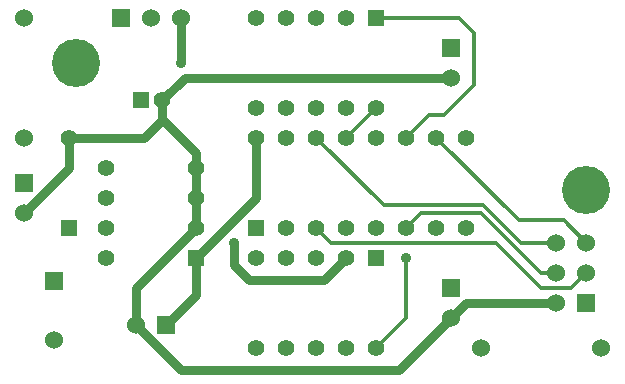
<source format=gbl>
G04 (created by PCBNEW (2013-mar-13)-testing) date Sat 11 May 2013 09:23:07 PM PDT*
%MOIN*%
G04 Gerber Fmt 3.4, Leading zero omitted, Abs format*
%FSLAX34Y34*%
G01*
G70*
G90*
G04 APERTURE LIST*
%ADD10C,0.000787*%
%ADD11R,0.055000X0.055000*%
%ADD12C,0.055000*%
%ADD13R,0.060000X0.060000*%
%ADD14C,0.060000*%
%ADD15C,0.160000*%
%ADD16C,0.035000*%
%ADD17C,0.029528*%
%ADD18C,0.011811*%
G04 APERTURE END LIST*
G54D10*
G54D11*
X84250Y-36500D03*
G54D12*
X84250Y-33500D03*
G54D13*
X87500Y-39750D03*
G54D14*
X86500Y-39750D03*
G54D11*
X86645Y-32250D03*
G54D12*
X87354Y-32250D03*
G54D15*
X101500Y-35250D03*
G54D13*
X83750Y-38265D03*
G54D14*
X83750Y-40234D03*
G54D15*
X84500Y-31000D03*
G54D11*
X90500Y-36500D03*
G54D12*
X91500Y-36500D03*
X92500Y-36500D03*
X93500Y-36500D03*
X94500Y-36500D03*
X95500Y-36500D03*
X96500Y-36500D03*
X97500Y-36500D03*
X97500Y-33500D03*
X96500Y-33500D03*
X95500Y-33500D03*
X94500Y-33500D03*
X93500Y-33500D03*
X92500Y-33500D03*
X91500Y-33500D03*
X90500Y-33500D03*
G54D11*
X94500Y-29500D03*
G54D12*
X93500Y-29500D03*
X92500Y-29500D03*
X91500Y-29500D03*
X90500Y-29500D03*
X90500Y-32500D03*
X91500Y-32500D03*
X92500Y-32500D03*
X93500Y-32500D03*
X94500Y-32500D03*
G54D11*
X94500Y-37500D03*
G54D12*
X93500Y-37500D03*
X92500Y-37500D03*
X91500Y-37500D03*
X90500Y-37500D03*
X90500Y-40500D03*
X91500Y-40500D03*
X92500Y-40500D03*
X93500Y-40500D03*
X94500Y-40500D03*
G54D14*
X82750Y-33500D03*
X82750Y-29500D03*
X102000Y-40500D03*
X98000Y-40500D03*
G54D11*
X88500Y-37500D03*
G54D12*
X88500Y-36500D03*
X88500Y-35500D03*
X88500Y-34500D03*
X85500Y-34500D03*
X85500Y-35500D03*
X85500Y-36500D03*
X85500Y-37500D03*
G54D13*
X82750Y-35000D03*
G54D14*
X82750Y-36000D03*
G54D13*
X97000Y-38500D03*
G54D14*
X97000Y-39500D03*
G54D13*
X97000Y-30500D03*
G54D14*
X97000Y-31500D03*
G54D13*
X86000Y-29500D03*
G54D14*
X87000Y-29500D03*
X88000Y-29500D03*
G54D13*
X101500Y-39000D03*
G54D14*
X100500Y-39000D03*
X101500Y-38000D03*
X100500Y-38000D03*
X101500Y-37000D03*
X100500Y-37000D03*
G54D16*
X95500Y-37500D03*
X88000Y-31000D03*
X89750Y-37000D03*
G54D17*
X100500Y-39000D02*
X97500Y-39000D01*
X97500Y-39000D02*
X97000Y-39500D01*
X97000Y-39500D02*
X95250Y-41250D01*
X95250Y-41250D02*
X88000Y-41250D01*
X88000Y-41250D02*
X86500Y-39750D01*
X97000Y-31500D02*
X88104Y-31500D01*
X88104Y-31500D02*
X87354Y-32250D01*
X86500Y-39750D02*
X86500Y-38500D01*
X86500Y-38500D02*
X88500Y-36500D01*
X88500Y-34500D02*
X88500Y-34000D01*
X88500Y-34000D02*
X87354Y-32854D01*
X84250Y-33500D02*
X86750Y-33500D01*
X86750Y-33500D02*
X87354Y-32895D01*
X87354Y-32895D02*
X87354Y-32854D01*
X87354Y-32854D02*
X87354Y-32250D01*
X84250Y-33500D02*
X84250Y-34500D01*
X84250Y-34500D02*
X82750Y-36000D01*
X88500Y-35500D02*
X88500Y-34500D01*
X88500Y-36500D02*
X88500Y-35500D01*
G54D18*
X94500Y-40500D02*
X95500Y-39500D01*
X95500Y-39500D02*
X95500Y-37500D01*
X94500Y-32500D02*
X93500Y-33500D01*
X100500Y-38000D02*
X100000Y-38000D01*
X96000Y-36000D02*
X95500Y-36500D01*
X98000Y-36000D02*
X96000Y-36000D01*
X100000Y-38000D02*
X98000Y-36000D01*
X100500Y-37000D02*
X99308Y-37000D01*
X94750Y-35750D02*
X92500Y-33500D01*
X98058Y-35750D02*
X94750Y-35750D01*
X99308Y-37000D02*
X98058Y-35750D01*
G54D17*
X89750Y-37000D02*
X89750Y-37750D01*
X89750Y-37750D02*
X90250Y-38250D01*
X90250Y-38250D02*
X92750Y-38250D01*
X92750Y-38250D02*
X93500Y-37500D01*
X88000Y-29500D02*
X88000Y-31000D01*
G54D18*
X101000Y-38500D02*
X100000Y-38500D01*
X96250Y-37000D02*
X93000Y-37000D01*
X92500Y-36500D02*
X93000Y-37000D01*
X101000Y-38500D02*
X101500Y-38000D01*
X98500Y-37000D02*
X96250Y-37000D01*
X100000Y-38500D02*
X98500Y-37000D01*
X96750Y-29500D02*
X97250Y-29500D01*
X94500Y-29500D02*
X96750Y-29500D01*
X96250Y-32750D02*
X95500Y-33500D01*
X96750Y-32750D02*
X96250Y-32750D01*
X97750Y-31750D02*
X96750Y-32750D01*
X97750Y-30000D02*
X97750Y-31750D01*
X97250Y-29500D02*
X97750Y-30000D01*
X101500Y-37000D02*
X100750Y-36250D01*
X99250Y-36250D02*
X96500Y-33500D01*
X100750Y-36250D02*
X99250Y-36250D01*
G54D17*
X90500Y-33500D02*
X90500Y-35500D01*
X90500Y-35500D02*
X88500Y-37500D01*
X88500Y-37500D02*
X88500Y-38750D01*
X88500Y-38750D02*
X87500Y-39750D01*
M02*

</source>
